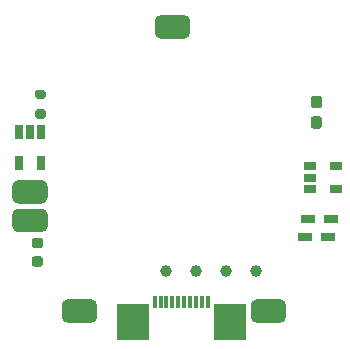
<source format=gts>
G04 #@! TF.GenerationSoftware,KiCad,Pcbnew,5.1.9*
G04 #@! TF.CreationDate,2021-04-30T23:25:29+02:00*
G04 #@! TF.ProjectId,Watch,57617463-682e-46b6-9963-61645f706362,rev?*
G04 #@! TF.SameCoordinates,Original*
G04 #@! TF.FileFunction,Soldermask,Top*
G04 #@! TF.FilePolarity,Negative*
%FSLAX46Y46*%
G04 Gerber Fmt 4.6, Leading zero omitted, Abs format (unit mm)*
G04 Created by KiCad (PCBNEW 5.1.9) date 2021-04-30 23:25:29*
%MOMM*%
%LPD*%
G01*
G04 APERTURE LIST*
%ADD10R,1.200000X0.750000*%
%ADD11R,0.300000X1.100000*%
%ADD12R,2.700000X3.100000*%
%ADD13C,1.000000*%
%ADD14R,1.060000X0.650000*%
%ADD15R,0.650000X1.220000*%
G04 APERTURE END LIST*
D10*
X150556000Y-105156000D03*
X148656000Y-105156000D03*
X150810000Y-103632000D03*
X148910000Y-103632000D03*
D11*
X135909000Y-110695000D03*
X136409000Y-110695000D03*
X136909000Y-110695000D03*
X137409000Y-110695000D03*
X137909000Y-110695000D03*
X138409000Y-110695000D03*
X138909000Y-110695000D03*
X139409000Y-110695000D03*
X139909000Y-110695000D03*
X140409000Y-110695000D03*
D12*
X134039000Y-112395000D03*
X142279000Y-112395000D03*
G36*
G01*
X126240250Y-107676500D02*
X125727750Y-107676500D01*
G75*
G02*
X125509000Y-107457750I0J218750D01*
G01*
X125509000Y-107020250D01*
G75*
G02*
X125727750Y-106801500I218750J0D01*
G01*
X126240250Y-106801500D01*
G75*
G02*
X126459000Y-107020250I0J-218750D01*
G01*
X126459000Y-107457750D01*
G75*
G02*
X126240250Y-107676500I-218750J0D01*
G01*
G37*
G36*
G01*
X126240250Y-106101500D02*
X125727750Y-106101500D01*
G75*
G02*
X125509000Y-105882750I0J218750D01*
G01*
X125509000Y-105445250D01*
G75*
G02*
X125727750Y-105226500I218750J0D01*
G01*
X126240250Y-105226500D01*
G75*
G02*
X126459000Y-105445250I0J-218750D01*
G01*
X126459000Y-105882750D01*
G75*
G02*
X126240250Y-106101500I-218750J0D01*
G01*
G37*
D13*
X141986000Y-108077000D03*
X139446000Y-108077000D03*
X136906000Y-108077000D03*
X144526000Y-108077000D03*
G36*
G01*
X144041000Y-111941000D02*
X144041000Y-110941000D01*
G75*
G02*
X144541000Y-110441000I500000J0D01*
G01*
X146541000Y-110441000D01*
G75*
G02*
X147041000Y-110941000I0J-500000D01*
G01*
X147041000Y-111941000D01*
G75*
G02*
X146541000Y-112441000I-500000J0D01*
G01*
X144541000Y-112441000D01*
G75*
G02*
X144041000Y-111941000I0J500000D01*
G01*
G37*
G36*
G01*
X128041000Y-111941000D02*
X128041000Y-110941000D01*
G75*
G02*
X128541000Y-110441000I500000J0D01*
G01*
X130541000Y-110441000D01*
G75*
G02*
X131041000Y-110941000I0J-500000D01*
G01*
X131041000Y-111941000D01*
G75*
G02*
X130541000Y-112441000I-500000J0D01*
G01*
X128541000Y-112441000D01*
G75*
G02*
X128041000Y-111941000I0J500000D01*
G01*
G37*
G36*
G01*
X149368500Y-93201000D02*
X149843500Y-93201000D01*
G75*
G02*
X150081000Y-93438500I0J-237500D01*
G01*
X150081000Y-94013500D01*
G75*
G02*
X149843500Y-94251000I-237500J0D01*
G01*
X149368500Y-94251000D01*
G75*
G02*
X149131000Y-94013500I0J237500D01*
G01*
X149131000Y-93438500D01*
G75*
G02*
X149368500Y-93201000I237500J0D01*
G01*
G37*
G36*
G01*
X149368500Y-94951000D02*
X149843500Y-94951000D01*
G75*
G02*
X150081000Y-95188500I0J-237500D01*
G01*
X150081000Y-95763500D01*
G75*
G02*
X149843500Y-96001000I-237500J0D01*
G01*
X149368500Y-96001000D01*
G75*
G02*
X149131000Y-95763500I0J237500D01*
G01*
X149131000Y-95188500D01*
G75*
G02*
X149368500Y-94951000I237500J0D01*
G01*
G37*
G36*
G01*
X126513000Y-95142000D02*
X125963000Y-95142000D01*
G75*
G02*
X125763000Y-94942000I0J200000D01*
G01*
X125763000Y-94542000D01*
G75*
G02*
X125963000Y-94342000I200000J0D01*
G01*
X126513000Y-94342000D01*
G75*
G02*
X126713000Y-94542000I0J-200000D01*
G01*
X126713000Y-94942000D01*
G75*
G02*
X126513000Y-95142000I-200000J0D01*
G01*
G37*
G36*
G01*
X126513000Y-93492000D02*
X125963000Y-93492000D01*
G75*
G02*
X125763000Y-93292000I0J200000D01*
G01*
X125763000Y-92892000D01*
G75*
G02*
X125963000Y-92692000I200000J0D01*
G01*
X126513000Y-92692000D01*
G75*
G02*
X126713000Y-92892000I0J-200000D01*
G01*
X126713000Y-93292000D01*
G75*
G02*
X126513000Y-93492000I-200000J0D01*
G01*
G37*
D14*
X149057000Y-99187000D03*
X149057000Y-100137000D03*
X149057000Y-101087000D03*
X151257000Y-101087000D03*
X151257000Y-99187000D03*
D15*
X126299000Y-96266000D03*
X125349000Y-96266000D03*
X124399000Y-96266000D03*
X124399000Y-98886000D03*
X126299000Y-98886000D03*
G36*
G01*
X123849000Y-101846000D02*
X123849000Y-100846000D01*
G75*
G02*
X124349000Y-100346000I500000J0D01*
G01*
X126349000Y-100346000D01*
G75*
G02*
X126849000Y-100846000I0J-500000D01*
G01*
X126849000Y-101846000D01*
G75*
G02*
X126349000Y-102346000I-500000J0D01*
G01*
X124349000Y-102346000D01*
G75*
G02*
X123849000Y-101846000I0J500000D01*
G01*
G37*
G36*
G01*
X123849000Y-104259000D02*
X123849000Y-103259000D01*
G75*
G02*
X124349000Y-102759000I500000J0D01*
G01*
X126349000Y-102759000D01*
G75*
G02*
X126849000Y-103259000I0J-500000D01*
G01*
X126849000Y-104259000D01*
G75*
G02*
X126349000Y-104759000I-500000J0D01*
G01*
X124349000Y-104759000D01*
G75*
G02*
X123849000Y-104259000I0J500000D01*
G01*
G37*
G36*
G01*
X135914000Y-87876000D02*
X135914000Y-86876000D01*
G75*
G02*
X136414000Y-86376000I500000J0D01*
G01*
X138414000Y-86376000D01*
G75*
G02*
X138914000Y-86876000I0J-500000D01*
G01*
X138914000Y-87876000D01*
G75*
G02*
X138414000Y-88376000I-500000J0D01*
G01*
X136414000Y-88376000D01*
G75*
G02*
X135914000Y-87876000I0J500000D01*
G01*
G37*
M02*

</source>
